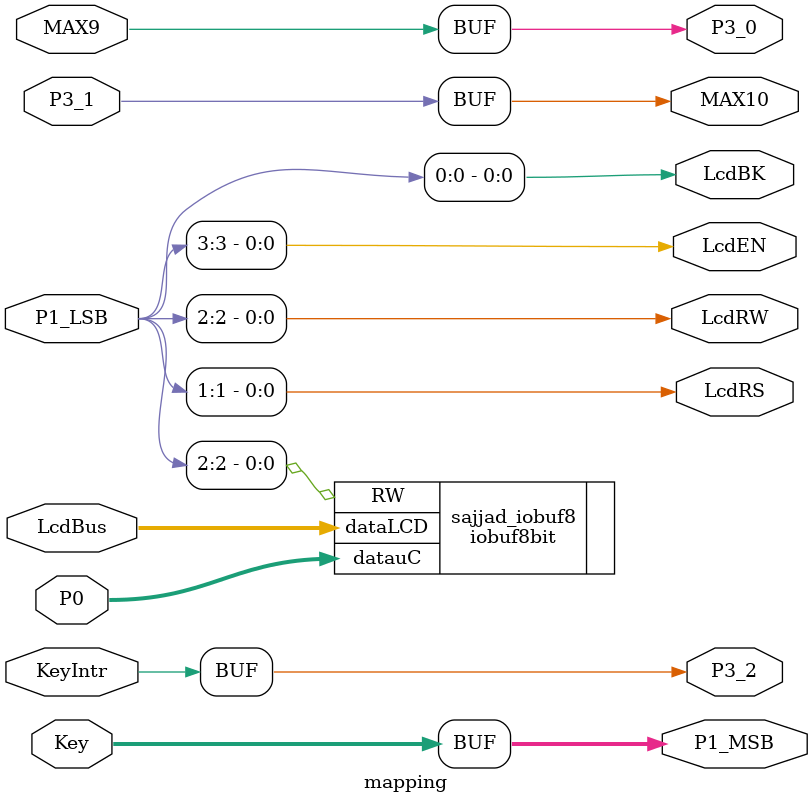
<source format=v>
module mapping(P0,
					P1_LSB,
					P1_MSB,
					P3_2,
					LcdBus,
					LcdRS,
					LcdRW,
					LcdEN,
					LcdBK,
					Key,
					KeyIntr,
					P3_0,
					P3_1,
					MAX9,
					MAX10
					);


inout [7:0] P0;
input [3:0] P1_LSB;
inout [7:0] LcdBus;
output [3:0] P1_MSB;
output P3_2;
output LcdRS;
output LcdRW;
output LcdEN;
output LcdBK;
input [3:0] Key;
input KeyIntr;
output P3_0;
input P3_1;
output MAX10;
input MAX9;
assign LcdBK = P1_LSB[0];
assign LcdRS = P1_LSB[1];
assign LcdRW = P1_LSB[2];
assign LcdEN = P1_LSB[3];

assign P1_MSB = Key;
assign P3_2	= KeyIntr;

assign MAX10 = P3_1;
assign P3_0 = MAX9;

// Instantiate the module
iobuf8bit sajjad_iobuf8 (
    .dataLCD(LcdBus), 
    .datauC(P0), 
    .RW(LcdRW)
    );
endmodule
</source>
